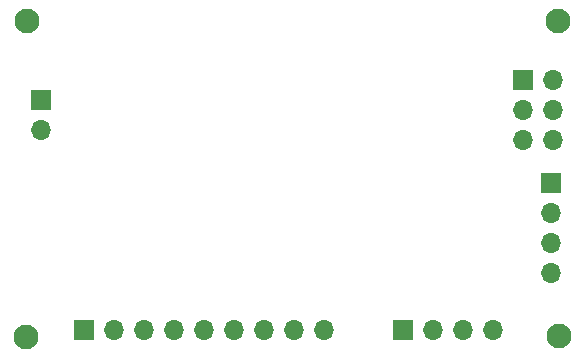
<source format=gbs>
%TF.GenerationSoftware,KiCad,Pcbnew,7.0.5*%
%TF.CreationDate,2024-03-10T11:39:14+05:30*%
%TF.ProjectId,mcu datalogger,6d637520-6461-4746-916c-6f676765722e,1*%
%TF.SameCoordinates,Original*%
%TF.FileFunction,Soldermask,Bot*%
%TF.FilePolarity,Negative*%
%FSLAX46Y46*%
G04 Gerber Fmt 4.6, Leading zero omitted, Abs format (unit mm)*
G04 Created by KiCad (PCBNEW 7.0.5) date 2024-03-10 11:39:14*
%MOMM*%
%LPD*%
G01*
G04 APERTURE LIST*
%ADD10C,2.100000*%
%ADD11R,1.700000X1.700000*%
%ADD12O,1.700000X1.700000*%
G04 APERTURE END LIST*
D10*
%TO.C,H4*%
X116943700Y-113675200D03*
%TD*%
D11*
%TO.C,J1*%
X116232500Y-100772000D03*
D12*
X116232500Y-103312000D03*
X116232500Y-105852000D03*
X116232500Y-108392000D03*
%TD*%
D11*
%TO.C,J2*%
X76684700Y-113192600D03*
D12*
X79224700Y-113192600D03*
X81764700Y-113192600D03*
X84304700Y-113192600D03*
X86844700Y-113192600D03*
X89384700Y-113192600D03*
X91924700Y-113192600D03*
X94464700Y-113192600D03*
X97004700Y-113192600D03*
%TD*%
D10*
%TO.C,H1*%
X71858700Y-87005200D03*
%TD*%
D11*
%TO.C,J3*%
X103710300Y-113167200D03*
D12*
X106250300Y-113167200D03*
X108790300Y-113167200D03*
X111330300Y-113167200D03*
%TD*%
D11*
%TO.C,J4*%
X113844900Y-92009000D03*
D12*
X116384900Y-92009000D03*
X113844900Y-94549000D03*
X116384900Y-94549000D03*
X113844900Y-97089000D03*
X116384900Y-97089000D03*
%TD*%
D11*
%TO.C,BT1*%
X73103300Y-93731200D03*
D12*
X73103300Y-96271200D03*
%TD*%
D10*
%TO.C,H3*%
X116816700Y-87030600D03*
%TD*%
%TO.C,H2*%
X71833300Y-113776800D03*
%TD*%
M02*

</source>
